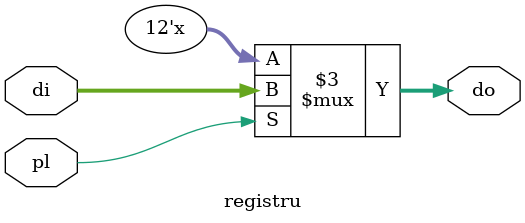
<source format=v>
`timescale 1ns / 1ps

module registru #(parameter size=12)(di, pl, do);
    input [size-1:0] di;
    input pl;
    output reg [size-1:0] do;
    
    always@(di or pl)
        if(pl)
          do = di;
    
endmodule

</source>
